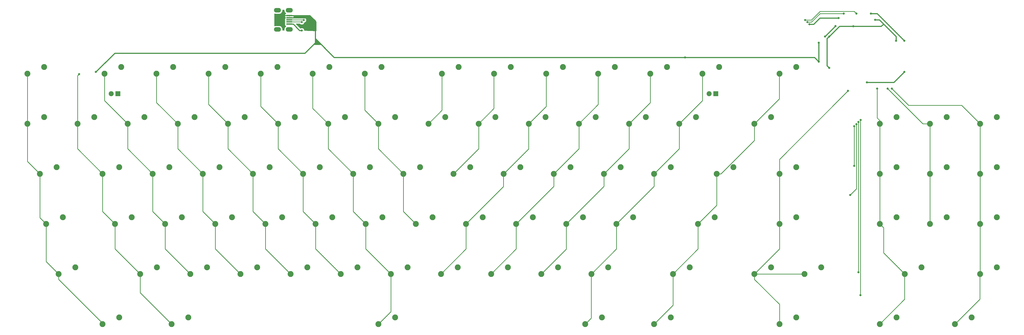
<source format=gtl>
G04 #@! TF.GenerationSoftware,KiCad,Pcbnew,5.1.9*
G04 #@! TF.CreationDate,2021-03-26T15:39:30-04:00*
G04 #@! TF.ProjectId,EKS-1k,454b532d-316b-42e6-9b69-6361645f7063,rev?*
G04 #@! TF.SameCoordinates,Original*
G04 #@! TF.FileFunction,Copper,L1,Top*
G04 #@! TF.FilePolarity,Positive*
%FSLAX46Y46*%
G04 Gerber Fmt 4.6, Leading zero omitted, Abs format (unit mm)*
G04 Created by KiCad (PCBNEW 5.1.9) date 2021-03-26 15:39:30*
%MOMM*%
%LPD*%
G01*
G04 APERTURE LIST*
G04 #@! TA.AperFunction,ComponentPad*
%ADD10O,2.700000X1.700000*%
G04 #@! TD*
G04 #@! TA.AperFunction,SMDPad,CuDef*
%ADD11R,2.250000X0.500000*%
G04 #@! TD*
G04 #@! TA.AperFunction,ComponentPad*
%ADD12R,1.905000X1.905000*%
G04 #@! TD*
G04 #@! TA.AperFunction,ComponentPad*
%ADD13C,1.905000*%
G04 #@! TD*
G04 #@! TA.AperFunction,ComponentPad*
%ADD14C,2.250000*%
G04 #@! TD*
G04 #@! TA.AperFunction,ViaPad*
%ADD15C,0.800000*%
G04 #@! TD*
G04 #@! TA.AperFunction,Conductor*
%ADD16C,0.381000*%
G04 #@! TD*
G04 #@! TA.AperFunction,Conductor*
%ADD17C,0.254000*%
G04 #@! TD*
G04 #@! TA.AperFunction,Conductor*
%ADD18C,0.100000*%
G04 #@! TD*
G04 APERTURE END LIST*
D10*
G04 #@! TO.P,J1,6*
G04 #@! TO.N,N/C*
X102700000Y-7387500D03*
X102700000Y-14687500D03*
X107200000Y-14687500D03*
X107200000Y-7387500D03*
D11*
G04 #@! TO.P,J1,5*
G04 #@! TO.N,GND*
X107200000Y-9437500D03*
G04 #@! TO.P,J1,4*
X107200000Y-10237500D03*
G04 #@! TO.P,J1,3*
G04 #@! TO.N,D+*
X107200000Y-11037500D03*
G04 #@! TO.P,J1,2*
G04 #@! TO.N,D-*
X107200000Y-11837500D03*
G04 #@! TO.P,J1,1*
G04 #@! TO.N,VCC*
X107200000Y-12637500D03*
G04 #@! TD*
D12*
G04 #@! TO.P,MX12,4*
G04 #@! TO.N,CAPSGND*
X42068900Y-39136250D03*
D13*
G04 #@! TO.P,MX12,3*
G04 #@! TO.N,CAPSLED*
X39528900Y-39136250D03*
D14*
G04 #@! TO.P,MX12,1*
G04 #@! TO.N,COL2*
X36988900Y-31516250D03*
G04 #@! TO.P,MX12,2*
G04 #@! TO.N,Net-(D12-Pad2)*
X43338900Y-28976250D03*
G04 #@! TD*
G04 #@! TO.P,MX1,2*
G04 #@! TO.N,Net-(D1-Pad2)*
X14040000Y-28976250D03*
G04 #@! TO.P,MX1,1*
G04 #@! TO.N,COL0*
X7690000Y-31516250D03*
G04 #@! TD*
G04 #@! TO.P,MX91,2*
G04 #@! TO.N,Net-(D91-Pad2)*
X366465000Y-124226250D03*
G04 #@! TO.P,MX91,1*
G04 #@! TO.N,COL18*
X360115000Y-126766250D03*
G04 #@! TD*
G04 #@! TO.P,MX90,2*
G04 #@! TO.N,Net-(D90-Pad2)*
X375990000Y-105176250D03*
G04 #@! TO.P,MX90,1*
G04 #@! TO.N,COL18*
X369640000Y-107716250D03*
G04 #@! TD*
G04 #@! TO.P,MX89,2*
G04 #@! TO.N,Net-(D89-Pad2)*
X375990000Y-86126250D03*
G04 #@! TO.P,MX89,1*
G04 #@! TO.N,COL18*
X369640000Y-88666250D03*
G04 #@! TD*
G04 #@! TO.P,MX88,2*
G04 #@! TO.N,Net-(D88-Pad2)*
X375990000Y-67076250D03*
G04 #@! TO.P,MX88,1*
G04 #@! TO.N,COL18*
X369640000Y-69616250D03*
G04 #@! TD*
G04 #@! TO.P,MX87,2*
G04 #@! TO.N,Net-(D87-Pad2)*
X375990000Y-48026250D03*
G04 #@! TO.P,MX87,1*
G04 #@! TO.N,COL18*
X369640000Y-50566250D03*
G04 #@! TD*
G04 #@! TO.P,MX86,2*
G04 #@! TO.N,Net-(D86-Pad2)*
X356940000Y-86126250D03*
G04 #@! TO.P,MX86,1*
G04 #@! TO.N,COL17*
X350590000Y-88666250D03*
G04 #@! TD*
G04 #@! TO.P,MX85,2*
G04 #@! TO.N,Net-(D85-Pad2)*
X356940000Y-67076250D03*
G04 #@! TO.P,MX85,1*
G04 #@! TO.N,COL17*
X350590000Y-69616250D03*
G04 #@! TD*
G04 #@! TO.P,MX84,2*
G04 #@! TO.N,Net-(D84-Pad2)*
X356940000Y-48026250D03*
G04 #@! TO.P,MX84,1*
G04 #@! TO.N,COL17*
X350590000Y-50566250D03*
G04 #@! TD*
G04 #@! TO.P,MX83,2*
G04 #@! TO.N,Net-(D83-Pad2)*
X337890000Y-124226250D03*
G04 #@! TO.P,MX83,1*
G04 #@! TO.N,COL16*
X331540000Y-126766250D03*
G04 #@! TD*
G04 #@! TO.P,MX82,2*
G04 #@! TO.N,Net-(D82-Pad2)*
X347415000Y-105176250D03*
G04 #@! TO.P,MX82,1*
G04 #@! TO.N,COL16*
X341065000Y-107716250D03*
G04 #@! TD*
G04 #@! TO.P,MX81,2*
G04 #@! TO.N,Net-(D81-Pad2)*
X337890000Y-86126250D03*
G04 #@! TO.P,MX81,1*
G04 #@! TO.N,COL16*
X331540000Y-88666250D03*
G04 #@! TD*
G04 #@! TO.P,MX80,2*
G04 #@! TO.N,Net-(D80-Pad2)*
X337890000Y-67076250D03*
G04 #@! TO.P,MX80,1*
G04 #@! TO.N,COL16*
X331540000Y-69616250D03*
G04 #@! TD*
G04 #@! TO.P,MX79,2*
G04 #@! TO.N,Net-(D79-Pad2)*
X337890000Y-48026250D03*
G04 #@! TO.P,MX79,1*
G04 #@! TO.N,COL16*
X331540000Y-50566250D03*
G04 #@! TD*
G04 #@! TO.P,MX78,2*
G04 #@! TO.N,Net-(D78-Pad2)*
X299790000Y-124226250D03*
G04 #@! TO.P,MX78,1*
G04 #@! TO.N,COL15*
X293440000Y-126766250D03*
G04 #@! TD*
G04 #@! TO.P,MX77,2*
G04 #@! TO.N,Net-(D77-Pad2)*
X309315000Y-105176250D03*
G04 #@! TO.P,MX77,1*
G04 #@! TO.N,COL15*
X302965000Y-107716250D03*
G04 #@! TD*
G04 #@! TO.P,MX76,2*
G04 #@! TO.N,Net-(D76-Pad2)*
X299790000Y-86126250D03*
G04 #@! TO.P,MX76,1*
G04 #@! TO.N,COL15*
X293440000Y-88666250D03*
G04 #@! TD*
G04 #@! TO.P,MX75,2*
G04 #@! TO.N,Net-(D75-Pad2)*
X299790000Y-67076250D03*
G04 #@! TO.P,MX75,1*
G04 #@! TO.N,COL15*
X293440000Y-69616250D03*
G04 #@! TD*
G04 #@! TO.P,MX74,2*
G04 #@! TO.N,Net-(D74-Pad2)*
X290265000Y-48026250D03*
G04 #@! TO.P,MX74,1*
G04 #@! TO.N,COL14*
X283915000Y-50566250D03*
G04 #@! TD*
G04 #@! TO.P,MX73,2*
G04 #@! TO.N,Net-(D73-Pad2)*
X299790000Y-28976250D03*
G04 #@! TO.P,MX73,1*
G04 #@! TO.N,COL14*
X293440000Y-31516250D03*
G04 #@! TD*
G04 #@! TO.P,MX72,2*
G04 #@! TO.N,Net-(D72-Pad2)*
X290265000Y-105176250D03*
G04 #@! TO.P,MX72,1*
G04 #@! TO.N,COL15*
X283915000Y-107716250D03*
G04 #@! TD*
G04 #@! TO.P,MX71,2*
G04 #@! TO.N,Net-(D71-Pad2)*
X268833750Y-86126250D03*
G04 #@! TO.P,MX71,1*
G04 #@! TO.N,COL14*
X262483750Y-88666250D03*
G04 #@! TD*
G04 #@! TO.P,MX70,2*
G04 #@! TO.N,Net-(D70-Pad2)*
X275977500Y-67076250D03*
G04 #@! TO.P,MX70,1*
G04 #@! TO.N,COL14*
X269627500Y-69616250D03*
G04 #@! TD*
G04 #@! TO.P,MX69,2*
G04 #@! TO.N,Net-(D69-Pad2)*
X261690000Y-48026250D03*
G04 #@! TO.P,MX69,1*
G04 #@! TO.N,COL13*
X255340000Y-50566250D03*
G04 #@! TD*
D12*
G04 #@! TO.P,MX68,4*
G04 #@! TO.N,NUMGND*
X269221100Y-39136250D03*
D13*
G04 #@! TO.P,MX68,3*
G04 #@! TO.N,NUMLED*
X266681100Y-39136250D03*
D14*
G04 #@! TO.P,MX68,1*
G04 #@! TO.N,COL13*
X264141100Y-31516250D03*
G04 #@! TO.P,MX68,2*
G04 #@! TO.N,Net-(D68-Pad2)*
X270491100Y-28976250D03*
G04 #@! TD*
G04 #@! TO.P,MX67,2*
G04 #@! TO.N,Net-(D67-Pad2)*
X259308750Y-105176250D03*
G04 #@! TO.P,MX67,1*
G04 #@! TO.N,COL14*
X252958750Y-107716250D03*
G04 #@! TD*
G04 #@! TO.P,MX66,2*
G04 #@! TO.N,Net-(D66-Pad2)*
X252165000Y-67076250D03*
G04 #@! TO.P,MX66,1*
G04 #@! TO.N,COL13*
X245815000Y-69616250D03*
G04 #@! TD*
G04 #@! TO.P,MX65,2*
G04 #@! TO.N,Net-(D65-Pad2)*
X242640000Y-48026250D03*
G04 #@! TO.P,MX65,1*
G04 #@! TO.N,COL12*
X236290000Y-50566250D03*
G04 #@! TD*
G04 #@! TO.P,MX64,2*
G04 #@! TO.N,Net-(D64-Pad2)*
X250705770Y-28976250D03*
G04 #@! TO.P,MX64,1*
G04 #@! TO.N,COL12*
X244355770Y-31516250D03*
G04 #@! TD*
G04 #@! TO.P,MX63,2*
G04 #@! TO.N,Net-(D63-Pad2)*
X252165000Y-124226250D03*
G04 #@! TO.P,MX63,1*
G04 #@! TO.N,COL14*
X245815000Y-126766250D03*
G04 #@! TD*
G04 #@! TO.P,MX62,2*
G04 #@! TO.N,Net-(D62-Pad2)*
X237877500Y-86126250D03*
G04 #@! TO.P,MX62,1*
G04 #@! TO.N,COL13*
X231527500Y-88666250D03*
G04 #@! TD*
G04 #@! TO.P,MX61,2*
G04 #@! TO.N,Net-(D61-Pad2)*
X233115000Y-67076250D03*
G04 #@! TO.P,MX61,1*
G04 #@! TO.N,COL12*
X226765000Y-69616250D03*
G04 #@! TD*
G04 #@! TO.P,MX60,2*
G04 #@! TO.N,Net-(D60-Pad2)*
X223590000Y-48026250D03*
G04 #@! TO.P,MX60,1*
G04 #@! TO.N,COL11*
X217240000Y-50566250D03*
G04 #@! TD*
G04 #@! TO.P,MX59,2*
G04 #@! TO.N,Net-(D59-Pad2)*
X230920440Y-28976250D03*
G04 #@! TO.P,MX59,1*
G04 #@! TO.N,COL11*
X224570440Y-31516250D03*
G04 #@! TD*
G04 #@! TO.P,MX58,2*
G04 #@! TO.N,Net-(D58-Pad2)*
X225971250Y-124226250D03*
G04 #@! TO.P,MX58,1*
G04 #@! TO.N,COL13*
X219621250Y-126766250D03*
G04 #@! TD*
G04 #@! TO.P,MX57,2*
G04 #@! TO.N,Net-(D57-Pad2)*
X228352500Y-105176250D03*
G04 #@! TO.P,MX57,1*
G04 #@! TO.N,COL13*
X222002500Y-107716250D03*
G04 #@! TD*
G04 #@! TO.P,MX56,2*
G04 #@! TO.N,Net-(D56-Pad2)*
X218827500Y-86126250D03*
G04 #@! TO.P,MX56,1*
G04 #@! TO.N,COL12*
X212477500Y-88666250D03*
G04 #@! TD*
G04 #@! TO.P,MX55,2*
G04 #@! TO.N,Net-(D55-Pad2)*
X214065000Y-67076250D03*
G04 #@! TO.P,MX55,1*
G04 #@! TO.N,COL11*
X207715000Y-69616250D03*
G04 #@! TD*
G04 #@! TO.P,MX54,2*
G04 #@! TO.N,Net-(D54-Pad2)*
X204540000Y-48026250D03*
G04 #@! TO.P,MX54,1*
G04 #@! TO.N,COL10*
X198190000Y-50566250D03*
G04 #@! TD*
G04 #@! TO.P,MX53,2*
G04 #@! TO.N,Net-(D53-Pad2)*
X211135110Y-28976250D03*
G04 #@! TO.P,MX53,1*
G04 #@! TO.N,COL10*
X204785110Y-31516250D03*
G04 #@! TD*
G04 #@! TO.P,MX52,2*
G04 #@! TO.N,Net-(D52-Pad2)*
X209302500Y-105176250D03*
G04 #@! TO.P,MX52,1*
G04 #@! TO.N,COL12*
X202952500Y-107716250D03*
G04 #@! TD*
G04 #@! TO.P,MX51,2*
G04 #@! TO.N,Net-(D51-Pad2)*
X199777500Y-86126250D03*
G04 #@! TO.P,MX51,1*
G04 #@! TO.N,COL11*
X193427500Y-88666250D03*
G04 #@! TD*
G04 #@! TO.P,MX50,2*
G04 #@! TO.N,Net-(D50-Pad2)*
X195015000Y-67076250D03*
G04 #@! TO.P,MX50,1*
G04 #@! TO.N,COL10*
X188665000Y-69616250D03*
G04 #@! TD*
G04 #@! TO.P,MX49,2*
G04 #@! TO.N,Net-(D49-Pad2)*
X185490000Y-48026250D03*
G04 #@! TO.P,MX49,1*
G04 #@! TO.N,COL9*
X179140000Y-50566250D03*
G04 #@! TD*
G04 #@! TO.P,MX48,2*
G04 #@! TO.N,Net-(D48-Pad2)*
X191349780Y-28976250D03*
G04 #@! TO.P,MX48,1*
G04 #@! TO.N,COL9*
X184999780Y-31516250D03*
G04 #@! TD*
G04 #@! TO.P,MX47,2*
G04 #@! TO.N,Net-(D47-Pad2)*
X190252500Y-105176250D03*
G04 #@! TO.P,MX47,1*
G04 #@! TO.N,COL11*
X183902500Y-107716250D03*
G04 #@! TD*
G04 #@! TO.P,MX46,2*
G04 #@! TO.N,Net-(D46-Pad2)*
X180727500Y-86126250D03*
G04 #@! TO.P,MX46,1*
G04 #@! TO.N,COL10*
X174377500Y-88666250D03*
G04 #@! TD*
G04 #@! TO.P,MX45,2*
G04 #@! TO.N,Net-(D45-Pad2)*
X175965000Y-67076250D03*
G04 #@! TO.P,MX45,1*
G04 #@! TO.N,COL9*
X169615000Y-69616250D03*
G04 #@! TD*
G04 #@! TO.P,MX44,2*
G04 #@! TO.N,Net-(D44-Pad2)*
X166440000Y-48026250D03*
G04 #@! TO.P,MX44,1*
G04 #@! TO.N,COL8*
X160090000Y-50566250D03*
G04 #@! TD*
G04 #@! TO.P,MX43,2*
G04 #@! TO.N,Net-(D43-Pad2)*
X171564450Y-28976250D03*
G04 #@! TO.P,MX43,1*
G04 #@! TO.N,COL8*
X165214450Y-31516250D03*
G04 #@! TD*
G04 #@! TO.P,MX42,2*
G04 #@! TO.N,Net-(D42-Pad2)*
X171202500Y-105176250D03*
G04 #@! TO.P,MX42,1*
G04 #@! TO.N,COL10*
X164852500Y-107716250D03*
G04 #@! TD*
G04 #@! TO.P,MX41,2*
G04 #@! TO.N,Net-(D41-Pad2)*
X161677500Y-86126250D03*
G04 #@! TO.P,MX41,1*
G04 #@! TO.N,COL7*
X155327500Y-88666250D03*
G04 #@! TD*
G04 #@! TO.P,MX40,2*
G04 #@! TO.N,Net-(D40-Pad2)*
X156915000Y-67076250D03*
G04 #@! TO.P,MX40,1*
G04 #@! TO.N,COL7*
X150565000Y-69616250D03*
G04 #@! TD*
G04 #@! TO.P,MX39,2*
G04 #@! TO.N,Net-(D39-Pad2)*
X147390000Y-48026250D03*
G04 #@! TO.P,MX39,1*
G04 #@! TO.N,COL7*
X141040000Y-50566250D03*
G04 #@! TD*
G04 #@! TO.P,MX38,2*
G04 #@! TO.N,Net-(D38-Pad2)*
X142265550Y-28976250D03*
G04 #@! TO.P,MX38,1*
G04 #@! TO.N,COL7*
X135915550Y-31516250D03*
G04 #@! TD*
G04 #@! TO.P,MX37,2*
G04 #@! TO.N,Net-(D37-Pad2)*
X147390000Y-124226250D03*
G04 #@! TO.P,MX37,1*
G04 #@! TO.N,COL6*
X141040000Y-126766250D03*
G04 #@! TD*
G04 #@! TO.P,MX36,2*
G04 #@! TO.N,Net-(D36-Pad2)*
X152152500Y-105176250D03*
G04 #@! TO.P,MX36,1*
G04 #@! TO.N,COL6*
X145802500Y-107716250D03*
G04 #@! TD*
G04 #@! TO.P,MX35,2*
G04 #@! TO.N,Net-(D35-Pad2)*
X142627500Y-86126250D03*
G04 #@! TO.P,MX35,1*
G04 #@! TO.N,COL6*
X136277500Y-88666250D03*
G04 #@! TD*
G04 #@! TO.P,MX34,2*
G04 #@! TO.N,Net-(D34-Pad2)*
X137865000Y-67076250D03*
G04 #@! TO.P,MX34,1*
G04 #@! TO.N,COL6*
X131515000Y-69616250D03*
G04 #@! TD*
G04 #@! TO.P,MX33,2*
G04 #@! TO.N,Net-(D33-Pad2)*
X128340000Y-48026250D03*
G04 #@! TO.P,MX33,1*
G04 #@! TO.N,COL6*
X121990000Y-50566250D03*
G04 #@! TD*
G04 #@! TO.P,MX32,2*
G04 #@! TO.N,Net-(D32-Pad2)*
X122480220Y-28976250D03*
G04 #@! TO.P,MX32,1*
G04 #@! TO.N,COL6*
X116130220Y-31516250D03*
G04 #@! TD*
G04 #@! TO.P,MX31,2*
G04 #@! TO.N,Net-(D31-Pad2)*
X133102500Y-105176250D03*
G04 #@! TO.P,MX31,1*
G04 #@! TO.N,COL5*
X126752500Y-107716250D03*
G04 #@! TD*
G04 #@! TO.P,MX30,2*
G04 #@! TO.N,Net-(D30-Pad2)*
X123577500Y-86126250D03*
G04 #@! TO.P,MX30,1*
G04 #@! TO.N,COL5*
X117227500Y-88666250D03*
G04 #@! TD*
G04 #@! TO.P,MX29,2*
G04 #@! TO.N,Net-(D29-Pad2)*
X118815000Y-67076250D03*
G04 #@! TO.P,MX29,1*
G04 #@! TO.N,COL5*
X112465000Y-69616250D03*
G04 #@! TD*
G04 #@! TO.P,MX28,2*
G04 #@! TO.N,Net-(D28-Pad2)*
X109290000Y-48026250D03*
G04 #@! TO.P,MX28,1*
G04 #@! TO.N,COL5*
X102940000Y-50566250D03*
G04 #@! TD*
G04 #@! TO.P,MX27,2*
G04 #@! TO.N,Net-(D27-Pad2)*
X102694890Y-28976250D03*
G04 #@! TO.P,MX27,1*
G04 #@! TO.N,COL5*
X96344890Y-31516250D03*
G04 #@! TD*
G04 #@! TO.P,MX26,2*
G04 #@! TO.N,Net-(D26-Pad2)*
X114052500Y-105176250D03*
G04 #@! TO.P,MX26,1*
G04 #@! TO.N,COL4*
X107702500Y-107716250D03*
G04 #@! TD*
G04 #@! TO.P,MX25,2*
G04 #@! TO.N,Net-(D25-Pad2)*
X104527500Y-86126250D03*
G04 #@! TO.P,MX25,1*
G04 #@! TO.N,COL4*
X98177500Y-88666250D03*
G04 #@! TD*
G04 #@! TO.P,MX24,2*
G04 #@! TO.N,Net-(D24-Pad2)*
X99765000Y-67076250D03*
G04 #@! TO.P,MX24,1*
G04 #@! TO.N,COL4*
X93415000Y-69616250D03*
G04 #@! TD*
G04 #@! TO.P,MX23,2*
G04 #@! TO.N,Net-(D23-Pad2)*
X90240000Y-48026250D03*
G04 #@! TO.P,MX23,1*
G04 #@! TO.N,COL4*
X83890000Y-50566250D03*
G04 #@! TD*
G04 #@! TO.P,MX22,2*
G04 #@! TO.N,Net-(D22-Pad2)*
X82909560Y-28976250D03*
G04 #@! TO.P,MX22,1*
G04 #@! TO.N,COL4*
X76559560Y-31516250D03*
G04 #@! TD*
G04 #@! TO.P,MX21,2*
G04 #@! TO.N,Net-(D21-Pad2)*
X95002500Y-105176250D03*
G04 #@! TO.P,MX21,1*
G04 #@! TO.N,COL3*
X88652500Y-107716250D03*
G04 #@! TD*
G04 #@! TO.P,MX20,2*
G04 #@! TO.N,Net-(D20-Pad2)*
X85477500Y-86126250D03*
G04 #@! TO.P,MX20,1*
G04 #@! TO.N,COL3*
X79127500Y-88666250D03*
G04 #@! TD*
G04 #@! TO.P,MX19,2*
G04 #@! TO.N,Net-(D19-Pad2)*
X80715000Y-67076250D03*
G04 #@! TO.P,MX19,1*
G04 #@! TO.N,COL3*
X74365000Y-69616250D03*
G04 #@! TD*
G04 #@! TO.P,MX18,2*
G04 #@! TO.N,Net-(D18-Pad2)*
X71190000Y-48026250D03*
G04 #@! TO.P,MX18,1*
G04 #@! TO.N,COL3*
X64840000Y-50566250D03*
G04 #@! TD*
G04 #@! TO.P,MX17,2*
G04 #@! TO.N,Net-(D17-Pad2)*
X63124230Y-28976250D03*
G04 #@! TO.P,MX17,1*
G04 #@! TO.N,COL3*
X56774230Y-31516250D03*
G04 #@! TD*
G04 #@! TO.P,MX16,2*
G04 #@! TO.N,Net-(D16-Pad2)*
X75952500Y-105176250D03*
G04 #@! TO.P,MX16,1*
G04 #@! TO.N,COL2*
X69602500Y-107716250D03*
G04 #@! TD*
G04 #@! TO.P,MX15,2*
G04 #@! TO.N,Net-(D15-Pad2)*
X66427500Y-86126250D03*
G04 #@! TO.P,MX15,1*
G04 #@! TO.N,COL2*
X60077500Y-88666250D03*
G04 #@! TD*
G04 #@! TO.P,MX14,2*
G04 #@! TO.N,Net-(D14-Pad2)*
X61665000Y-67076250D03*
G04 #@! TO.P,MX14,1*
G04 #@! TO.N,COL2*
X55315000Y-69616250D03*
G04 #@! TD*
G04 #@! TO.P,MX13,2*
G04 #@! TO.N,Net-(D13-Pad2)*
X52140000Y-48026250D03*
G04 #@! TO.P,MX13,1*
G04 #@! TO.N,COL2*
X45790000Y-50566250D03*
G04 #@! TD*
G04 #@! TO.P,MX11,2*
G04 #@! TO.N,Net-(D11-Pad2)*
X68808750Y-124226250D03*
G04 #@! TO.P,MX11,1*
G04 #@! TO.N,COL1*
X62458750Y-126766250D03*
G04 #@! TD*
G04 #@! TO.P,MX10,2*
G04 #@! TO.N,Net-(D10-Pad2)*
X56902500Y-105176250D03*
G04 #@! TO.P,MX10,1*
G04 #@! TO.N,COL1*
X50552500Y-107716250D03*
G04 #@! TD*
G04 #@! TO.P,MX9,2*
G04 #@! TO.N,Net-(D9-Pad2)*
X47377500Y-86126250D03*
G04 #@! TO.P,MX9,1*
G04 #@! TO.N,COL1*
X41027500Y-88666250D03*
G04 #@! TD*
G04 #@! TO.P,MX8,2*
G04 #@! TO.N,Net-(D8-Pad2)*
X42615000Y-67076250D03*
G04 #@! TO.P,MX8,1*
G04 #@! TO.N,COL1*
X36265000Y-69616250D03*
G04 #@! TD*
G04 #@! TO.P,MX7,2*
G04 #@! TO.N,Net-(D7-Pad2)*
X33090000Y-48026250D03*
G04 #@! TO.P,MX7,1*
G04 #@! TO.N,COL1*
X26740000Y-50566250D03*
G04 #@! TD*
G04 #@! TO.P,MX6,2*
G04 #@! TO.N,Net-(D6-Pad2)*
X42615000Y-124226250D03*
G04 #@! TO.P,MX6,1*
G04 #@! TO.N,COL0*
X36265000Y-126766250D03*
G04 #@! TD*
G04 #@! TO.P,MX5,2*
G04 #@! TO.N,Net-(D5-Pad2)*
X25946250Y-105176250D03*
G04 #@! TO.P,MX5,1*
G04 #@! TO.N,COL0*
X19596250Y-107716250D03*
G04 #@! TD*
G04 #@! TO.P,MX4,2*
G04 #@! TO.N,Net-(D4-Pad2)*
X21183750Y-86126250D03*
G04 #@! TO.P,MX4,1*
G04 #@! TO.N,COL0*
X14833750Y-88666250D03*
G04 #@! TD*
G04 #@! TO.P,MX3,2*
G04 #@! TO.N,Net-(D3-Pad2)*
X18802500Y-67076250D03*
G04 #@! TO.P,MX3,1*
G04 #@! TO.N,COL0*
X12452500Y-69616250D03*
G04 #@! TD*
G04 #@! TO.P,MX2,2*
G04 #@! TO.N,Net-(D2-Pad2)*
X14040000Y-48026250D03*
G04 #@! TO.P,MX2,1*
G04 #@! TO.N,COL0*
X7690000Y-50566250D03*
G04 #@! TD*
D15*
G04 #@! TO.N,GND*
X257562500Y-25325000D03*
X33725000Y-30881250D03*
X308362500Y-19768750D03*
X308362500Y-26956288D03*
X314712500Y-13418750D03*
X340906250Y-18975000D03*
X326618750Y-34850000D03*
X340906250Y-30881250D03*
X310743750Y-17387500D03*
X328206250Y-8656250D03*
G04 #@! TO.N,+5V*
X337731250Y-18975000D03*
X312331250Y-29293750D03*
X312331250Y-17387500D03*
X329793750Y-11037500D03*
X321468750Y-13493750D03*
X315912500Y-10318750D03*
X304800000Y-12691750D03*
G04 #@! TO.N,ROW2*
X321856250Y-66600000D03*
X321856250Y-51518750D03*
G04 #@! TO.N,ROW3*
X320268750Y-77712500D03*
X322650000Y-50725000D03*
G04 #@! TO.N,ROW4*
X323443750Y-107081250D03*
X323443750Y-49931250D03*
G04 #@! TO.N,ROW5*
X324237500Y-115812500D03*
X324241033Y-49141033D03*
G04 #@! TO.N,VCC*
X111918750Y-15081250D03*
G04 #@! TO.N,D+*
X112712500Y-11112500D03*
G04 #@! TO.N,D-*
X111918750Y-11906250D03*
G04 #@! TO.N,COL1*
X27375000Y-31675000D03*
G04 #@! TO.N,Net-(R2-Pad1)*
X317887500Y-8656250D03*
X304006250Y-11901250D03*
G04 #@! TO.N,Net-(R3-Pad1)*
X322650000Y-8656250D03*
X303212500Y-11112500D03*
G04 #@! TO.N,COL15*
X319475000Y-38025000D03*
G04 #@! TO.N,COL16*
X330587500Y-37231250D03*
G04 #@! TO.N,COL17*
X334556250Y-37231250D03*
G04 #@! TO.N,COL18*
X336143750Y-37231250D03*
G04 #@! TD*
D16*
G04 #@! TO.N,GND*
X308362500Y-19768750D02*
X308362500Y-26956288D01*
X336937500Y-34850000D02*
X340906250Y-30881250D01*
X326618750Y-34850000D02*
X336937500Y-34850000D01*
X314712500Y-13418750D02*
X310743750Y-17387500D01*
X257562500Y-25325000D02*
X124212500Y-25325000D01*
X330587500Y-8656250D02*
X328206250Y-8656250D01*
X340906250Y-18975000D02*
X330587500Y-8656250D01*
X40868750Y-23737500D02*
X111512500Y-23737500D01*
X33725000Y-30881250D02*
X40868750Y-23737500D01*
X111512500Y-23737500D02*
X113100000Y-23737500D01*
X117068750Y-19768750D02*
X117068750Y-18181250D01*
X113100000Y-23737500D02*
X117068750Y-19768750D01*
X124212500Y-25325000D02*
X117068750Y-18181250D01*
X117068750Y-18181250D02*
X117068750Y-11500000D01*
X115806250Y-10237500D02*
X107200000Y-10237500D01*
X117068750Y-11500000D02*
X115806250Y-10237500D01*
X115006250Y-9437500D02*
X115806250Y-10237500D01*
X107200000Y-9437500D02*
X115006250Y-9437500D01*
X306731212Y-25325000D02*
X308362500Y-26956288D01*
X257562500Y-25325000D02*
X306731212Y-25325000D01*
G04 #@! TO.N,+5V*
X311537500Y-18181250D02*
X312331250Y-17387500D01*
X311537500Y-28500000D02*
X312331250Y-29293750D01*
X337524997Y-18975000D02*
X337731250Y-18975000D01*
X337731250Y-18975000D02*
X337731250Y-17387500D01*
X329793750Y-11037500D02*
X331381250Y-11037500D01*
X332175000Y-11831250D02*
X331381250Y-11037500D01*
X332175000Y-13418750D02*
X332968750Y-12625000D01*
X332968750Y-12625000D02*
X332175000Y-11831250D01*
X337731250Y-17387500D02*
X332968750Y-12625000D01*
X311537500Y-18181250D02*
X311537500Y-20562500D01*
X311537500Y-20562500D02*
X311537500Y-28500000D01*
X312331250Y-17387500D02*
X316225000Y-13493750D01*
X332100000Y-13493750D02*
X332175000Y-13418750D01*
X316225000Y-13493750D02*
X321468750Y-13493750D01*
X321468750Y-13493750D02*
X332100000Y-13493750D01*
X315912500Y-10318750D02*
X308768750Y-10318750D01*
X308768750Y-10318750D02*
X306387500Y-12700000D01*
X306379250Y-12691750D02*
X304800000Y-12691750D01*
X306387500Y-12700000D02*
X306379250Y-12691750D01*
D17*
G04 #@! TO.N,ROW2*
X321856250Y-66600000D02*
X321856250Y-64218750D01*
X321856250Y-64218750D02*
X321856250Y-64903116D01*
X321856250Y-51518750D02*
X321856250Y-51518750D01*
X321856250Y-51518750D02*
X321856250Y-64218750D01*
G04 #@! TO.N,ROW3*
X322650000Y-75331250D02*
X322650000Y-74061250D01*
X320268750Y-77712500D02*
X322650000Y-75331250D01*
X322650000Y-50725000D02*
X322650000Y-50725000D01*
X322650000Y-50725000D02*
X322650000Y-74061250D01*
G04 #@! TO.N,ROW4*
X323443750Y-49931250D02*
X323443750Y-49931250D01*
X323443750Y-49931250D02*
X323443750Y-107081250D01*
G04 #@! TO.N,ROW5*
X324237500Y-49144566D02*
X324241033Y-49141033D01*
X324237500Y-115812500D02*
X324237500Y-49144566D01*
D16*
G04 #@! TO.N,VCC*
X107200000Y-12637500D02*
X108681250Y-12637500D01*
X111125000Y-15081250D02*
X111918750Y-15081250D01*
X108681250Y-12637500D02*
X111125000Y-15081250D01*
D17*
G04 #@! TO.N,D+*
X112637500Y-11037500D02*
X112712500Y-11112500D01*
X107200000Y-11037500D02*
X112637500Y-11037500D01*
G04 #@! TO.N,D-*
X111850000Y-11837500D02*
X111918750Y-11906250D01*
X107200000Y-11837500D02*
X111850000Y-11837500D01*
G04 #@! TO.N,COL0*
X19596250Y-109747288D02*
X19596250Y-107716250D01*
X36265000Y-126416038D02*
X19596250Y-109747288D01*
X36265000Y-126766250D02*
X36265000Y-126416038D01*
X14833750Y-102953750D02*
X14833750Y-88666250D01*
X19596250Y-107716250D02*
X14833750Y-102953750D01*
X12452500Y-86285000D02*
X14833750Y-88666250D01*
X12452500Y-69616250D02*
X12452500Y-86285000D01*
X7690000Y-31516250D02*
X7690000Y-50566250D01*
X7690000Y-64853750D02*
X12452500Y-69616250D01*
X7690000Y-50566250D02*
X7690000Y-64853750D01*
G04 #@! TO.N,COL1*
X36265000Y-83903750D02*
X41027500Y-88666250D01*
X36265000Y-69616250D02*
X36265000Y-83903750D01*
X41027500Y-98191250D02*
X50552500Y-107716250D01*
X41027500Y-88666250D02*
X41027500Y-98191250D01*
X50552500Y-114860000D02*
X62458750Y-126766250D01*
X50552500Y-107716250D02*
X50552500Y-114860000D01*
X26740000Y-60091250D02*
X36265000Y-69616250D01*
X26740000Y-50566250D02*
X26740000Y-60091250D01*
X26740000Y-32310000D02*
X27375000Y-31675000D01*
X26740000Y-50566250D02*
X26740000Y-32310000D01*
G04 #@! TO.N,COL2*
X55315000Y-83903750D02*
X60077500Y-88666250D01*
X55315000Y-69616250D02*
X55315000Y-83903750D01*
X60077500Y-98191250D02*
X69602500Y-107716250D01*
X60077500Y-88666250D02*
X60077500Y-98191250D01*
X36988900Y-41765150D02*
X45790000Y-50566250D01*
X36988900Y-31516250D02*
X36988900Y-41765150D01*
X45790000Y-60091250D02*
X55315000Y-69616250D01*
X45790000Y-50566250D02*
X45790000Y-60091250D01*
G04 #@! TO.N,COL3*
X64840000Y-60091250D02*
X74365000Y-69616250D01*
X64840000Y-50566250D02*
X64840000Y-60091250D01*
X74365000Y-83903750D02*
X79127500Y-88666250D01*
X74365000Y-69616250D02*
X74365000Y-83903750D01*
X79127500Y-98191250D02*
X88652500Y-107716250D01*
X79127500Y-88666250D02*
X79127500Y-98191250D01*
X56774230Y-42500480D02*
X64840000Y-50566250D01*
X56774230Y-31516250D02*
X56774230Y-42500480D01*
G04 #@! TO.N,COL4*
X76559560Y-43235810D02*
X83890000Y-50566250D01*
X76559560Y-31516250D02*
X76559560Y-43235810D01*
X83890000Y-60091250D02*
X93415000Y-69616250D01*
X83890000Y-50566250D02*
X83890000Y-60091250D01*
X93415000Y-83903750D02*
X98177500Y-88666250D01*
X93415000Y-69616250D02*
X93415000Y-83903750D01*
X98177500Y-98191250D02*
X107702500Y-107716250D01*
X98177500Y-88666250D02*
X98177500Y-98191250D01*
G04 #@! TO.N,COL5*
X96344890Y-43971140D02*
X102940000Y-50566250D01*
X96344890Y-31516250D02*
X96344890Y-43971140D01*
X102940000Y-60091250D02*
X112465000Y-69616250D01*
X102940000Y-50566250D02*
X102940000Y-60091250D01*
X112465000Y-83903750D02*
X117227500Y-88666250D01*
X112465000Y-69616250D02*
X112465000Y-83903750D01*
X117227500Y-98191250D02*
X126752500Y-107716250D01*
X117227500Y-88666250D02*
X117227500Y-98191250D01*
G04 #@! TO.N,COL6*
X116130220Y-44706470D02*
X121990000Y-50566250D01*
X116130220Y-31516250D02*
X116130220Y-44706470D01*
X121990000Y-60091250D02*
X131515000Y-69616250D01*
X121990000Y-50566250D02*
X121990000Y-60091250D01*
X131515000Y-83903750D02*
X136277500Y-88666250D01*
X131515000Y-69616250D02*
X131515000Y-83903750D01*
X136277500Y-98191250D02*
X145802500Y-107716250D01*
X136277500Y-88666250D02*
X136277500Y-98191250D01*
X145802500Y-122003750D02*
X141040000Y-126766250D01*
X145802500Y-107716250D02*
X145802500Y-122003750D01*
G04 #@! TO.N,COL7*
X135915550Y-45441800D02*
X141040000Y-50566250D01*
X135915550Y-31516250D02*
X135915550Y-45441800D01*
X141040000Y-60091250D02*
X150565000Y-69616250D01*
X141040000Y-50566250D02*
X141040000Y-60091250D01*
X150565000Y-83903750D02*
X155327500Y-88666250D01*
X150565000Y-69616250D02*
X150565000Y-83903750D01*
G04 #@! TO.N,COL8*
X165214450Y-45441800D02*
X165214450Y-31516250D01*
X160090000Y-50566250D02*
X165214450Y-45441800D01*
G04 #@! TO.N,COL9*
X179140000Y-60091250D02*
X179140000Y-50566250D01*
X169615000Y-69616250D02*
X179140000Y-60091250D01*
X184931781Y-44774469D02*
X184931781Y-31584249D01*
X179140000Y-50566250D02*
X184931781Y-44774469D01*
G04 #@! TO.N,COL10*
X174377500Y-98191250D02*
X174377500Y-88666250D01*
X164852500Y-107716250D02*
X174377500Y-98191250D01*
X188597001Y-74446749D02*
X188597001Y-69684249D01*
X174377500Y-88666250D02*
X188597001Y-74446749D01*
X198122001Y-60159249D02*
X198122001Y-50634249D01*
X188665000Y-69616250D02*
X198122001Y-60159249D01*
X204785110Y-43971140D02*
X204785110Y-31516250D01*
X198190000Y-50566250D02*
X204785110Y-43971140D01*
G04 #@! TO.N,COL11*
X193427500Y-98191250D02*
X193427500Y-88666250D01*
X183902500Y-107716250D02*
X193427500Y-98191250D01*
X207715000Y-74378750D02*
X207715000Y-69616250D01*
X193427500Y-88666250D02*
X207715000Y-74378750D01*
X217240000Y-60091250D02*
X217240000Y-50566250D01*
X207715000Y-69616250D02*
X217240000Y-60091250D01*
X224570440Y-43235810D02*
X224570440Y-31516250D01*
X217240000Y-50566250D02*
X224570440Y-43235810D01*
G04 #@! TO.N,COL12*
X212409501Y-98259249D02*
X212409501Y-88734249D01*
X202952500Y-107716250D02*
X212409501Y-98259249D01*
X226765000Y-74378750D02*
X226765000Y-69616250D01*
X212477500Y-88666250D02*
X226765000Y-74378750D01*
X236290000Y-60091250D02*
X236290000Y-50566250D01*
X226765000Y-69616250D02*
X236290000Y-60091250D01*
X244355770Y-42500480D02*
X244355770Y-31516250D01*
X236290000Y-50566250D02*
X244355770Y-42500480D01*
G04 #@! TO.N,COL13*
X221934501Y-124452999D02*
X221934501Y-107784249D01*
X219621250Y-126766250D02*
X221934501Y-124452999D01*
X231527500Y-98191250D02*
X231527500Y-88666250D01*
X222002500Y-107716250D02*
X231527500Y-98191250D01*
X245815000Y-74378750D02*
X245815000Y-69616250D01*
X231527500Y-88666250D02*
X245815000Y-74378750D01*
X255340000Y-60091250D02*
X255340000Y-50566250D01*
X245815000Y-69616250D02*
X255340000Y-60091250D01*
X264141100Y-41765150D02*
X264141100Y-31516250D01*
X255340000Y-50566250D02*
X264141100Y-41765150D01*
G04 #@! TO.N,COL14*
X252958750Y-119622500D02*
X252958750Y-107716250D01*
X245815000Y-126766250D02*
X252958750Y-119622500D01*
X262483750Y-98191250D02*
X262483750Y-88666250D01*
X252958750Y-107716250D02*
X262483750Y-98191250D01*
X269559501Y-81590499D02*
X269559501Y-69684249D01*
X262483750Y-88666250D02*
X269559501Y-81590499D01*
X283915000Y-56919740D02*
X283915000Y-50566250D01*
X271218490Y-69616250D02*
X283915000Y-56919740D01*
X269627500Y-69616250D02*
X271218490Y-69616250D01*
X293372001Y-41109249D02*
X293372001Y-31584249D01*
X283915000Y-50566250D02*
X293372001Y-41109249D01*
G04 #@! TO.N,Net-(R2-Pad1)*
X317887500Y-8656250D02*
X309950000Y-8656250D01*
X309950000Y-8656250D02*
X308843750Y-8656250D01*
X308843750Y-8656250D02*
X305593750Y-11906250D01*
X305588750Y-11901250D02*
X304006250Y-11901250D01*
X305593750Y-11906250D02*
X305588750Y-11901250D01*
G04 #@! TO.N,Net-(R3-Pad1)*
X305593750Y-11112500D02*
X303212500Y-11112500D01*
X308843750Y-7862500D02*
X305593750Y-11112500D01*
X321856250Y-7862500D02*
X308843750Y-7862500D01*
X322650000Y-8656250D02*
X321856250Y-7862500D01*
G04 #@! TO.N,COL15*
X283915000Y-109747288D02*
X283915000Y-107716250D01*
X293440000Y-119272288D02*
X283915000Y-109747288D01*
X293440000Y-126766250D02*
X293440000Y-119272288D01*
X283915000Y-107716250D02*
X302965000Y-107716250D01*
X293440000Y-98191250D02*
X283915000Y-107716250D01*
X293440000Y-88666250D02*
X293440000Y-98191250D01*
X293440000Y-88666250D02*
X293440000Y-69616250D01*
X293440000Y-64117566D02*
X293440000Y-69616250D01*
X316357566Y-41200000D02*
X293440000Y-64117566D01*
X316357566Y-41142434D02*
X316357566Y-41200000D01*
X319475000Y-38025000D02*
X316357566Y-41142434D01*
G04 #@! TO.N,COL16*
X340556038Y-107716250D02*
X341065000Y-107716250D01*
X333029099Y-90155349D02*
X331540000Y-88666250D01*
X333029099Y-99680349D02*
X333029099Y-90155349D01*
X341065000Y-107716250D02*
X333029099Y-99680349D01*
X340997001Y-117309249D02*
X340997001Y-107784249D01*
X331540000Y-126766250D02*
X340997001Y-117309249D01*
X331540000Y-88666250D02*
X331540000Y-69616250D01*
X331540000Y-69616250D02*
X331540000Y-50566250D01*
X332587750Y-50566250D02*
X331540000Y-50566250D01*
X331540000Y-50566250D02*
X331540000Y-49296250D01*
X330587500Y-48343750D02*
X330587500Y-37231250D01*
X331540000Y-49296250D02*
X330587500Y-48343750D01*
G04 #@! TO.N,COL17*
X350590000Y-88666250D02*
X350590000Y-69616250D01*
X350590000Y-69616250D02*
X350590000Y-50566250D01*
X350272500Y-50566250D02*
X350590000Y-50566250D01*
X350590000Y-50566250D02*
X347891250Y-50566250D01*
X347891250Y-50566250D02*
X334556250Y-37231250D01*
G04 #@! TO.N,COL18*
X369572001Y-117309249D02*
X369572001Y-107784249D01*
X360115000Y-126766250D02*
X369572001Y-117309249D01*
X369640000Y-107716250D02*
X369640000Y-88666250D01*
X369640000Y-88666250D02*
X369640000Y-69616250D01*
X369640000Y-50566250D02*
X369640000Y-69616250D01*
X368846250Y-50566250D02*
X369640000Y-50566250D01*
X342493750Y-43581250D02*
X336143750Y-37231250D01*
X362655000Y-43581250D02*
X342493750Y-43581250D01*
X369640000Y-50566250D02*
X362655000Y-43581250D01*
G04 #@! TD*
G04 #@! TO.N,GND*
X119143394Y-20435500D02*
X116581606Y-20435500D01*
X117158553Y-19858553D01*
X117174347Y-19839307D01*
X117186083Y-19817351D01*
X117193310Y-19793526D01*
X117195750Y-19768750D01*
X117195750Y-18487856D01*
X119143394Y-20435500D01*
G04 #@! TA.AperFunction,Conductor*
D18*
G36*
X119143394Y-20435500D02*
G01*
X116581606Y-20435500D01*
X117158553Y-19858553D01*
X117174347Y-19839307D01*
X117186083Y-19817351D01*
X117193310Y-19793526D01*
X117195750Y-19768750D01*
X117195750Y-18487856D01*
X119143394Y-20435500D01*
G37*
G04 #@! TD.AperFunction*
G04 #@! TD*
D17*
G04 #@! TO.N,GND*
X117348000Y-11763681D02*
X117348000Y-15149474D01*
X112953750Y-15039617D01*
X112953750Y-14979311D01*
X112913976Y-14779352D01*
X112835955Y-14590994D01*
X112722687Y-14421476D01*
X112578524Y-14277313D01*
X112409006Y-14164045D01*
X112220648Y-14086024D01*
X112020689Y-14046250D01*
X111816811Y-14046250D01*
X111616852Y-14086024D01*
X111428494Y-14164045D01*
X111396563Y-14185380D01*
X109810682Y-12599500D01*
X111148289Y-12599500D01*
X111258976Y-12710187D01*
X111428494Y-12823455D01*
X111616852Y-12901476D01*
X111816811Y-12941250D01*
X112020689Y-12941250D01*
X112220648Y-12901476D01*
X112409006Y-12823455D01*
X112578524Y-12710187D01*
X112722687Y-12566024D01*
X112835955Y-12396506D01*
X112913976Y-12208148D01*
X112930637Y-12124387D01*
X113014398Y-12107726D01*
X113202756Y-12029705D01*
X113372274Y-11916437D01*
X113516437Y-11772274D01*
X113629705Y-11602756D01*
X113707726Y-11414398D01*
X113747500Y-11214439D01*
X113747500Y-11010561D01*
X113707726Y-10810602D01*
X113629705Y-10622244D01*
X113516437Y-10452726D01*
X113372274Y-10308563D01*
X113202756Y-10195295D01*
X113014398Y-10117274D01*
X112814439Y-10077500D01*
X112610561Y-10077500D01*
X112410602Y-10117274D01*
X112222244Y-10195295D01*
X112102208Y-10275500D01*
X108702081Y-10275500D01*
X108679494Y-10256963D01*
X108643373Y-10237655D01*
X108673634Y-10221906D01*
X108771193Y-10143623D01*
X108795635Y-10114500D01*
X108801250Y-10114500D01*
X108960000Y-9955750D01*
X108949404Y-9856139D01*
X108943525Y-9837500D01*
X108949404Y-9818861D01*
X108960000Y-9719250D01*
X108892750Y-9652000D01*
X115044349Y-9652000D01*
X117348000Y-11763681D01*
G04 #@! TA.AperFunction,Conductor*
D18*
G36*
X117348000Y-11763681D02*
G01*
X117348000Y-15149474D01*
X112953750Y-15039617D01*
X112953750Y-14979311D01*
X112913976Y-14779352D01*
X112835955Y-14590994D01*
X112722687Y-14421476D01*
X112578524Y-14277313D01*
X112409006Y-14164045D01*
X112220648Y-14086024D01*
X112020689Y-14046250D01*
X111816811Y-14046250D01*
X111616852Y-14086024D01*
X111428494Y-14164045D01*
X111396563Y-14185380D01*
X109810682Y-12599500D01*
X111148289Y-12599500D01*
X111258976Y-12710187D01*
X111428494Y-12823455D01*
X111616852Y-12901476D01*
X111816811Y-12941250D01*
X112020689Y-12941250D01*
X112220648Y-12901476D01*
X112409006Y-12823455D01*
X112578524Y-12710187D01*
X112722687Y-12566024D01*
X112835955Y-12396506D01*
X112913976Y-12208148D01*
X112930637Y-12124387D01*
X113014398Y-12107726D01*
X113202756Y-12029705D01*
X113372274Y-11916437D01*
X113516437Y-11772274D01*
X113629705Y-11602756D01*
X113707726Y-11414398D01*
X113747500Y-11214439D01*
X113747500Y-11010561D01*
X113707726Y-10810602D01*
X113629705Y-10622244D01*
X113516437Y-10452726D01*
X113372274Y-10308563D01*
X113202756Y-10195295D01*
X113014398Y-10117274D01*
X112814439Y-10077500D01*
X112610561Y-10077500D01*
X112410602Y-10117274D01*
X112222244Y-10195295D01*
X112102208Y-10275500D01*
X108702081Y-10275500D01*
X108679494Y-10256963D01*
X108643373Y-10237655D01*
X108673634Y-10221906D01*
X108771193Y-10143623D01*
X108795635Y-10114500D01*
X108801250Y-10114500D01*
X108960000Y-9955750D01*
X108949404Y-9856139D01*
X108943525Y-9837500D01*
X108949404Y-9818861D01*
X108960000Y-9719250D01*
X108892750Y-9652000D01*
X115044349Y-9652000D01*
X117348000Y-11763681D01*
G37*
G04 #@! TD.AperFunction*
D17*
X105207815Y-7387500D02*
X105236487Y-7678611D01*
X105321401Y-7958534D01*
X105459294Y-8216514D01*
X105644866Y-8442634D01*
X105833421Y-8597377D01*
X105726366Y-8653094D01*
X105628807Y-8731377D01*
X105548396Y-8827189D01*
X105488221Y-8936848D01*
X105450596Y-9056139D01*
X105440000Y-9155750D01*
X105598750Y-9314500D01*
X107073000Y-9314500D01*
X107073000Y-9290500D01*
X107327000Y-9290500D01*
X107327000Y-9314500D01*
X107347000Y-9314500D01*
X107347000Y-9491250D01*
X107327000Y-9511250D01*
X107327000Y-9584500D01*
X107073000Y-9584500D01*
X107073000Y-9511250D01*
X106914250Y-9352500D01*
X106082022Y-9349467D01*
X105957413Y-9360356D01*
X105837322Y-9395347D01*
X105726366Y-9453094D01*
X105628807Y-9531377D01*
X105604365Y-9560500D01*
X105598750Y-9560500D01*
X105440000Y-9719250D01*
X105450596Y-9818861D01*
X105456475Y-9837500D01*
X105450596Y-9856139D01*
X105440000Y-9955750D01*
X105598750Y-10114500D01*
X105604365Y-10114500D01*
X105628807Y-10143623D01*
X105726366Y-10221906D01*
X105756627Y-10237655D01*
X105720506Y-10256963D01*
X105623815Y-10336315D01*
X105603967Y-10360500D01*
X105598750Y-10360500D01*
X105440000Y-10519250D01*
X105450596Y-10618861D01*
X105456706Y-10638234D01*
X105449188Y-10663018D01*
X105436928Y-10787500D01*
X105436928Y-11287500D01*
X105449188Y-11411982D01*
X105456929Y-11437500D01*
X105449188Y-11463018D01*
X105436928Y-11587500D01*
X105436928Y-12087500D01*
X105449188Y-12211982D01*
X105456929Y-12237500D01*
X105449188Y-12263018D01*
X105436928Y-12387500D01*
X105436928Y-12887500D01*
X105449188Y-13011982D01*
X105485498Y-13131680D01*
X105544463Y-13241994D01*
X105623815Y-13338685D01*
X105720506Y-13418037D01*
X105830820Y-13477002D01*
X105833271Y-13477746D01*
X105644866Y-13632366D01*
X105459294Y-13858486D01*
X105321401Y-14116466D01*
X105236487Y-14396389D01*
X105207815Y-14687500D01*
X105234088Y-14954250D01*
X104665912Y-14954250D01*
X104692185Y-14687500D01*
X104663513Y-14396389D01*
X104578599Y-14116466D01*
X104440706Y-13858486D01*
X104255134Y-13632366D01*
X104029014Y-13446794D01*
X103771034Y-13308901D01*
X103491111Y-13223987D01*
X103272950Y-13202500D01*
X102127050Y-13202500D01*
X101908889Y-13223987D01*
X101628966Y-13308901D01*
X101610000Y-13319039D01*
X101610000Y-8755961D01*
X101628966Y-8766099D01*
X101908889Y-8851013D01*
X102127050Y-8872500D01*
X103272950Y-8872500D01*
X103491111Y-8851013D01*
X103771034Y-8766099D01*
X104029014Y-8628206D01*
X104255134Y-8442634D01*
X104440706Y-8216514D01*
X104578599Y-7958534D01*
X104663513Y-7678611D01*
X104692185Y-7387500D01*
X104680686Y-7270750D01*
X105219314Y-7270750D01*
X105207815Y-7387500D01*
G04 #@! TA.AperFunction,Conductor*
D18*
G36*
X105207815Y-7387500D02*
G01*
X105236487Y-7678611D01*
X105321401Y-7958534D01*
X105459294Y-8216514D01*
X105644866Y-8442634D01*
X105833421Y-8597377D01*
X105726366Y-8653094D01*
X105628807Y-8731377D01*
X105548396Y-8827189D01*
X105488221Y-8936848D01*
X105450596Y-9056139D01*
X105440000Y-9155750D01*
X105598750Y-9314500D01*
X107073000Y-9314500D01*
X107073000Y-9290500D01*
X107327000Y-9290500D01*
X107327000Y-9314500D01*
X107347000Y-9314500D01*
X107347000Y-9491250D01*
X107327000Y-9511250D01*
X107327000Y-9584500D01*
X107073000Y-9584500D01*
X107073000Y-9511250D01*
X106914250Y-9352500D01*
X106082022Y-9349467D01*
X105957413Y-9360356D01*
X105837322Y-9395347D01*
X105726366Y-9453094D01*
X105628807Y-9531377D01*
X105604365Y-9560500D01*
X105598750Y-9560500D01*
X105440000Y-9719250D01*
X105450596Y-9818861D01*
X105456475Y-9837500D01*
X105450596Y-9856139D01*
X105440000Y-9955750D01*
X105598750Y-10114500D01*
X105604365Y-10114500D01*
X105628807Y-10143623D01*
X105726366Y-10221906D01*
X105756627Y-10237655D01*
X105720506Y-10256963D01*
X105623815Y-10336315D01*
X105603967Y-10360500D01*
X105598750Y-10360500D01*
X105440000Y-10519250D01*
X105450596Y-10618861D01*
X105456706Y-10638234D01*
X105449188Y-10663018D01*
X105436928Y-10787500D01*
X105436928Y-11287500D01*
X105449188Y-11411982D01*
X105456929Y-11437500D01*
X105449188Y-11463018D01*
X105436928Y-11587500D01*
X105436928Y-12087500D01*
X105449188Y-12211982D01*
X105456929Y-12237500D01*
X105449188Y-12263018D01*
X105436928Y-12387500D01*
X105436928Y-12887500D01*
X105449188Y-13011982D01*
X105485498Y-13131680D01*
X105544463Y-13241994D01*
X105623815Y-13338685D01*
X105720506Y-13418037D01*
X105830820Y-13477002D01*
X105833271Y-13477746D01*
X105644866Y-13632366D01*
X105459294Y-13858486D01*
X105321401Y-14116466D01*
X105236487Y-14396389D01*
X105207815Y-14687500D01*
X105234088Y-14954250D01*
X104665912Y-14954250D01*
X104692185Y-14687500D01*
X104663513Y-14396389D01*
X104578599Y-14116466D01*
X104440706Y-13858486D01*
X104255134Y-13632366D01*
X104029014Y-13446794D01*
X103771034Y-13308901D01*
X103491111Y-13223987D01*
X103272950Y-13202500D01*
X102127050Y-13202500D01*
X101908889Y-13223987D01*
X101628966Y-13308901D01*
X101610000Y-13319039D01*
X101610000Y-8755961D01*
X101628966Y-8766099D01*
X101908889Y-8851013D01*
X102127050Y-8872500D01*
X103272950Y-8872500D01*
X103491111Y-8851013D01*
X103771034Y-8766099D01*
X104029014Y-8628206D01*
X104255134Y-8442634D01*
X104440706Y-8216514D01*
X104578599Y-7958534D01*
X104663513Y-7678611D01*
X104692185Y-7387500D01*
X104680686Y-7270750D01*
X105219314Y-7270750D01*
X105207815Y-7387500D01*
G37*
G04 #@! TD.AperFunction*
G04 #@! TD*
M02*

</source>
